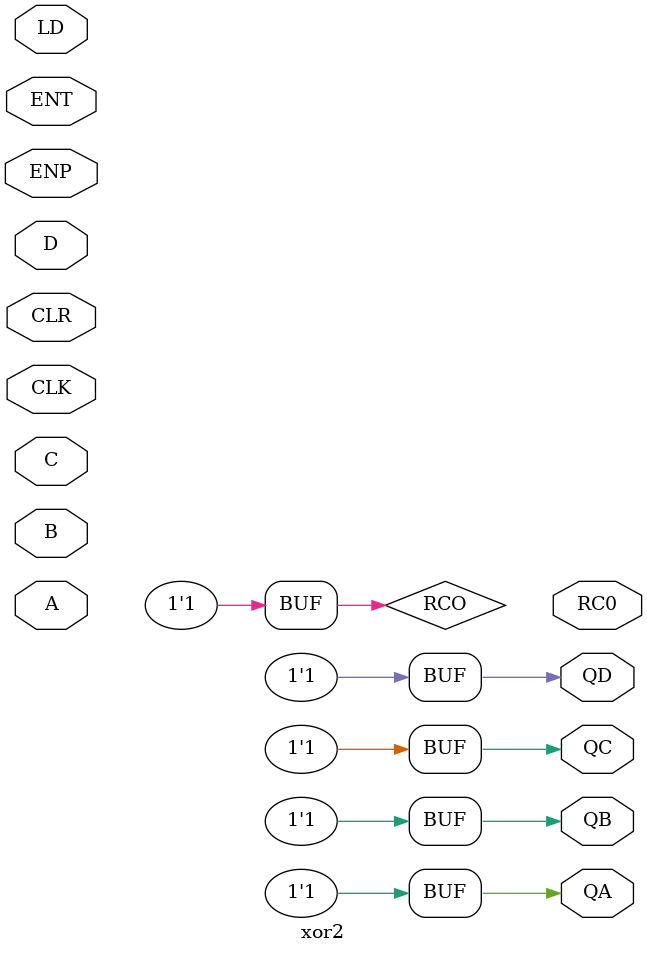
<source format=v>
module xor2(
    input           CLR,                 // ASYYNC CLEAR
    input           LD,                  // LOAD
    input           ENT,                 // ENABLE T
    input           ENP,                 // ENABLE P
    input           CLK,                 // CLK
    input           A, B, C, D,          // DATA IN
    output          QA, QB, QC, QD,      // DATA OUT
    output          RC0                  // RIPPLE CARRY OUTPUT
);

assign QA = 1'b1;              // ERASE
assign QB = 1'b1;              // ERASE
assign QC = 1'b1;              // ERASE
assign QD = 1'b1;              // ERASE
assign RCO = 1'b1;             // ERASE

endmodule

</source>
